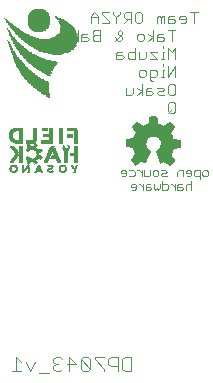
<source format=gbo>
G75*
%MOIN*%
%OFA0B0*%
%FSLAX25Y25*%
%IPPOS*%
%LPD*%
%AMOC8*
5,1,8,0,0,1.08239X$1,22.5*
%
%ADD10C,0.00300*%
%ADD11C,0.00400*%
%ADD12C,0.00200*%
%ADD13R,0.00500X0.00100*%
%ADD14R,0.00600X0.00100*%
%ADD15R,0.01200X0.00100*%
%ADD16R,0.01600X0.00100*%
%ADD17R,0.00700X0.00100*%
%ADD18R,0.01800X0.00100*%
%ADD19R,0.00800X0.00100*%
%ADD20R,0.02000X0.00100*%
%ADD21R,0.01900X0.00100*%
%ADD22R,0.00900X0.00100*%
%ADD23R,0.02300X0.00100*%
%ADD24R,0.01000X0.00100*%
%ADD25R,0.00200X0.00100*%
%ADD26R,0.02200X0.00100*%
%ADD27R,0.01100X0.00100*%
%ADD28R,0.02100X0.00100*%
%ADD29R,0.01400X0.00100*%
%ADD30R,0.01500X0.00100*%
%ADD31R,0.01300X0.00100*%
%ADD32R,0.01700X0.00100*%
%ADD33R,0.00400X0.00100*%
%ADD34R,0.03200X0.00100*%
%ADD35R,0.03000X0.00100*%
%ADD36R,0.03400X0.00100*%
%ADD37R,0.03600X0.00100*%
%ADD38R,0.00300X0.00100*%
%ADD39R,0.03800X0.00100*%
%ADD40R,0.02600X0.00100*%
%ADD41R,0.02800X0.00100*%
%ADD42R,0.02500X0.00100*%
%ADD43R,0.02400X0.00100*%
%ADD44R,0.00100X0.00100*%
%ADD45R,0.03900X0.00100*%
%ADD46R,0.03500X0.00100*%
%ADD47R,0.00200X0.00200*%
%ADD48R,0.00600X0.00200*%
%ADD49R,0.01000X0.00200*%
%ADD50R,0.01400X0.00200*%
%ADD51R,0.01600X0.00200*%
%ADD52R,0.01800X0.00200*%
%ADD53R,0.02200X0.00200*%
%ADD54R,0.02600X0.00200*%
%ADD55R,0.02800X0.00200*%
%ADD56R,0.03200X0.00200*%
%ADD57R,0.03400X0.00200*%
%ADD58R,0.03600X0.00200*%
%ADD59R,0.03800X0.00200*%
%ADD60R,0.04200X0.00200*%
%ADD61R,0.04400X0.00200*%
%ADD62R,0.04600X0.00200*%
%ADD63R,0.04800X0.00200*%
%ADD64R,0.05200X0.00200*%
%ADD65R,0.05400X0.00200*%
%ADD66R,0.05600X0.00200*%
%ADD67R,0.05800X0.00200*%
%ADD68R,0.06000X0.00200*%
%ADD69R,0.06200X0.00200*%
%ADD70R,0.06400X0.00200*%
%ADD71R,0.06600X0.00200*%
%ADD72R,0.05000X0.00200*%
%ADD73R,0.02000X0.00200*%
%ADD74R,0.02400X0.00200*%
%ADD75R,0.04000X0.00200*%
%ADD76R,0.07000X0.00200*%
%ADD77R,0.03000X0.00200*%
%ADD78R,0.07600X0.00200*%
%ADD79R,0.08000X0.00200*%
%ADD80R,0.08400X0.00200*%
%ADD81R,0.08800X0.00200*%
%ADD82R,0.09000X0.00200*%
%ADD83R,0.09600X0.00200*%
%ADD84R,0.10000X0.00200*%
%ADD85R,0.06800X0.00200*%
%ADD86R,0.07200X0.00200*%
%ADD87R,0.01200X0.00200*%
%ADD88R,0.09400X0.00200*%
%ADD89R,0.10400X0.00200*%
%ADD90R,0.11000X0.00200*%
%ADD91R,0.00800X0.00200*%
%ADD92R,0.11600X0.00200*%
%ADD93R,0.12400X0.00200*%
%ADD94R,0.13000X0.00200*%
%ADD95R,0.13400X0.00200*%
%ADD96R,0.14000X0.00200*%
%ADD97R,0.14400X0.00200*%
%ADD98R,0.14800X0.00200*%
%ADD99R,0.00400X0.00200*%
%ADD100R,0.15400X0.00200*%
%ADD101R,0.15800X0.00200*%
%ADD102R,0.16200X0.00200*%
%ADD103R,0.16400X0.00200*%
%ADD104R,0.16800X0.00200*%
%ADD105R,0.17000X0.00200*%
%ADD106R,0.17400X0.00200*%
%ADD107R,0.17800X0.00200*%
%ADD108R,0.18000X0.00200*%
%ADD109R,0.18200X0.00200*%
%ADD110R,0.18400X0.00200*%
%ADD111R,0.10600X0.00200*%
%ADD112R,0.08600X0.00200*%
%ADD113R,0.07400X0.00200*%
D10*
X0270892Y0202466D02*
X0271509Y0201849D01*
X0272126Y0201849D01*
X0270892Y0202466D02*
X0270892Y0205552D01*
X0273361Y0205552D02*
X0273361Y0203700D01*
X0272743Y0203083D01*
X0270892Y0203083D01*
X0274575Y0203700D02*
X0274575Y0204935D01*
X0275192Y0205552D01*
X0277044Y0205552D01*
X0277044Y0206786D02*
X0277044Y0203083D01*
X0275192Y0203083D01*
X0274575Y0203700D01*
X0278258Y0203083D02*
X0280110Y0203083D01*
X0280727Y0203700D01*
X0280110Y0204317D01*
X0278258Y0204317D01*
X0278258Y0204935D02*
X0278258Y0203083D01*
X0278258Y0204935D02*
X0278875Y0205552D01*
X0280110Y0205552D01*
X0281941Y0205552D02*
X0282558Y0204935D01*
X0284410Y0204935D01*
X0284410Y0206786D02*
X0284410Y0203083D01*
X0282558Y0203083D01*
X0281941Y0203700D01*
X0281941Y0204317D01*
X0282558Y0204935D01*
X0281941Y0205552D02*
X0281941Y0206169D01*
X0282558Y0206786D01*
X0284410Y0206786D01*
X0285011Y0209083D02*
X0287479Y0209083D01*
X0287479Y0209700D01*
X0285011Y0212169D01*
X0285011Y0212786D01*
X0287479Y0212786D01*
X0288694Y0212786D02*
X0288694Y0212169D01*
X0289928Y0210935D01*
X0289928Y0209083D01*
X0289928Y0210935D02*
X0291162Y0212169D01*
X0291162Y0212786D01*
X0292377Y0212169D02*
X0292377Y0210935D01*
X0292994Y0210317D01*
X0294846Y0210317D01*
X0294846Y0209083D02*
X0294846Y0212786D01*
X0292994Y0212786D01*
X0292377Y0212169D01*
X0293611Y0210317D02*
X0292377Y0209083D01*
X0291159Y0206786D02*
X0291776Y0206169D01*
X0291776Y0205552D01*
X0289308Y0203083D01*
X0289308Y0204317D02*
X0290542Y0203083D01*
X0291159Y0203083D01*
X0291776Y0203700D01*
X0291776Y0204317D01*
X0290542Y0205552D01*
X0290542Y0206169D01*
X0291159Y0206786D01*
X0296060Y0209700D02*
X0296060Y0212169D01*
X0296677Y0212786D01*
X0297912Y0212786D01*
X0298529Y0212169D01*
X0298529Y0209700D01*
X0297912Y0209083D01*
X0296677Y0209083D01*
X0296060Y0209700D01*
X0297291Y0205552D02*
X0298525Y0205552D01*
X0299143Y0204935D01*
X0299143Y0203700D01*
X0298525Y0203083D01*
X0297291Y0203083D01*
X0296674Y0203700D01*
X0296674Y0204935D01*
X0297291Y0205552D01*
X0300360Y0205552D02*
X0302212Y0204317D01*
X0300360Y0203083D01*
X0302212Y0203083D02*
X0302212Y0206786D01*
X0304043Y0205552D02*
X0303426Y0204935D01*
X0303426Y0203083D01*
X0305278Y0203083D01*
X0305895Y0203700D01*
X0305278Y0204317D01*
X0303426Y0204317D01*
X0304043Y0205552D02*
X0305278Y0205552D01*
X0307109Y0206786D02*
X0309578Y0206786D01*
X0308344Y0206786D02*
X0308344Y0203083D01*
X0309578Y0200786D02*
X0308344Y0199552D01*
X0307109Y0200786D01*
X0307109Y0197083D01*
X0305895Y0197083D02*
X0304661Y0197083D01*
X0305278Y0197083D02*
X0305278Y0199552D01*
X0305895Y0199552D01*
X0305278Y0200786D02*
X0305278Y0201403D01*
X0303440Y0199552D02*
X0300971Y0199552D01*
X0303440Y0197083D01*
X0300971Y0197083D01*
X0299756Y0197700D02*
X0299139Y0197083D01*
X0297288Y0197083D01*
X0297288Y0199552D01*
X0296073Y0199552D02*
X0294222Y0199552D01*
X0293605Y0198935D01*
X0293605Y0197700D01*
X0294222Y0197083D01*
X0296073Y0197083D01*
X0296073Y0200786D01*
X0299756Y0199552D02*
X0299756Y0197700D01*
X0299139Y0193552D02*
X0299756Y0192935D01*
X0299756Y0191700D01*
X0299139Y0191083D01*
X0297905Y0191083D01*
X0297288Y0191700D01*
X0297288Y0192935D01*
X0297905Y0193552D01*
X0299139Y0193552D01*
X0300971Y0193552D02*
X0302822Y0193552D01*
X0303440Y0192935D01*
X0303440Y0191700D01*
X0302822Y0191083D01*
X0300971Y0191083D01*
X0300971Y0190466D02*
X0300971Y0193552D01*
X0300971Y0190466D02*
X0301588Y0189849D01*
X0302205Y0189849D01*
X0301595Y0187552D02*
X0300360Y0187552D01*
X0299743Y0186935D01*
X0299743Y0185083D01*
X0301595Y0185083D01*
X0302212Y0185700D01*
X0301595Y0186317D01*
X0299743Y0186317D01*
X0298529Y0186317D02*
X0296677Y0187552D01*
X0295459Y0187552D02*
X0295459Y0185700D01*
X0294842Y0185083D01*
X0292991Y0185083D01*
X0292991Y0187552D01*
X0296677Y0185083D02*
X0298529Y0186317D01*
X0298529Y0185083D02*
X0298529Y0188786D01*
X0303426Y0187552D02*
X0305278Y0187552D01*
X0305895Y0186935D01*
X0305278Y0186317D01*
X0304043Y0186317D01*
X0303426Y0185700D01*
X0304043Y0185083D01*
X0305895Y0185083D01*
X0307109Y0185700D02*
X0307109Y0188169D01*
X0307727Y0188786D01*
X0308961Y0188786D01*
X0309578Y0188169D01*
X0309578Y0185700D01*
X0308961Y0185083D01*
X0307727Y0185083D01*
X0307109Y0185700D01*
X0307727Y0182786D02*
X0307109Y0182169D01*
X0307109Y0179700D01*
X0307727Y0179083D01*
X0308961Y0179083D01*
X0309578Y0179700D01*
X0309578Y0182169D01*
X0308961Y0182786D01*
X0307727Y0182786D01*
X0308344Y0180317D02*
X0307109Y0179083D01*
X0307109Y0191083D02*
X0307109Y0194786D01*
X0305895Y0193552D02*
X0305278Y0193552D01*
X0305278Y0191083D01*
X0305895Y0191083D02*
X0304661Y0191083D01*
X0307109Y0191083D02*
X0309578Y0194786D01*
X0309578Y0191083D01*
X0305278Y0194786D02*
X0305278Y0195403D01*
X0309578Y0197083D02*
X0309578Y0200786D01*
X0308961Y0209083D02*
X0307109Y0209083D01*
X0307109Y0210935D01*
X0307727Y0211552D01*
X0308961Y0211552D01*
X0308961Y0210317D02*
X0307109Y0210317D01*
X0305895Y0209083D02*
X0305895Y0211552D01*
X0305278Y0211552D01*
X0304661Y0210935D01*
X0304043Y0211552D01*
X0303426Y0210935D01*
X0303426Y0209083D01*
X0304661Y0209083D02*
X0304661Y0210935D01*
X0308961Y0210317D02*
X0309578Y0209700D01*
X0308961Y0209083D01*
X0310793Y0210317D02*
X0313261Y0210317D01*
X0313261Y0209700D02*
X0313261Y0210935D01*
X0312644Y0211552D01*
X0311410Y0211552D01*
X0310793Y0210935D01*
X0310793Y0210317D01*
X0311410Y0209083D02*
X0312644Y0209083D01*
X0313261Y0209700D01*
X0315710Y0209083D02*
X0315710Y0212786D01*
X0316944Y0212786D02*
X0314476Y0212786D01*
X0291773Y0199552D02*
X0290539Y0199552D01*
X0289921Y0198935D01*
X0289921Y0197083D01*
X0291773Y0197083D01*
X0292390Y0197700D01*
X0291773Y0198317D01*
X0289921Y0198317D01*
X0283796Y0209083D02*
X0283796Y0211552D01*
X0282562Y0212786D01*
X0281327Y0211552D01*
X0281327Y0209083D01*
X0281327Y0210935D02*
X0283796Y0210935D01*
D11*
X0258095Y0093070D02*
X0255025Y0093070D01*
X0256560Y0093070D02*
X0256560Y0097674D01*
X0258095Y0096139D01*
X0259629Y0096139D02*
X0261164Y0093070D01*
X0262699Y0096139D01*
X0264233Y0092303D02*
X0267302Y0092303D01*
X0268837Y0093837D02*
X0269604Y0093070D01*
X0271139Y0093070D01*
X0271906Y0093837D01*
X0270372Y0095372D02*
X0269604Y0095372D01*
X0268837Y0094605D01*
X0268837Y0093837D01*
X0269604Y0095372D02*
X0268837Y0096139D01*
X0268837Y0096907D01*
X0269604Y0097674D01*
X0271139Y0097674D01*
X0271906Y0096907D01*
X0273441Y0095372D02*
X0276510Y0095372D01*
X0274208Y0097674D01*
X0274208Y0093070D01*
X0278045Y0093837D02*
X0278045Y0096907D01*
X0281114Y0093837D01*
X0280347Y0093070D01*
X0278812Y0093070D01*
X0278045Y0093837D01*
X0281114Y0093837D02*
X0281114Y0096907D01*
X0280347Y0097674D01*
X0278812Y0097674D01*
X0278045Y0096907D01*
X0282649Y0096907D02*
X0285718Y0093837D01*
X0285718Y0093070D01*
X0287253Y0095372D02*
X0287253Y0096907D01*
X0288020Y0097674D01*
X0290322Y0097674D01*
X0290322Y0093070D01*
X0290322Y0094605D02*
X0288020Y0094605D01*
X0287253Y0095372D01*
X0285718Y0097674D02*
X0282649Y0097674D01*
X0282649Y0096907D01*
X0291857Y0096907D02*
X0291857Y0093837D01*
X0292624Y0093070D01*
X0294926Y0093070D01*
X0294926Y0097674D01*
X0292624Y0097674D01*
X0291857Y0096907D01*
D12*
X0295078Y0153533D02*
X0296013Y0153533D01*
X0296480Y0154000D01*
X0296480Y0154934D01*
X0296013Y0155401D01*
X0295078Y0155401D01*
X0294611Y0154934D01*
X0294611Y0154467D01*
X0296480Y0154467D01*
X0297380Y0155401D02*
X0297848Y0155401D01*
X0298782Y0154467D01*
X0299676Y0154467D02*
X0301077Y0154467D01*
X0301544Y0154000D01*
X0301077Y0153533D01*
X0299676Y0153533D01*
X0299676Y0154934D01*
X0300143Y0155401D01*
X0301077Y0155401D01*
X0302438Y0155401D02*
X0302438Y0154000D01*
X0302905Y0153533D01*
X0303372Y0154000D01*
X0303839Y0153533D01*
X0304306Y0154000D01*
X0304306Y0155401D01*
X0305200Y0155401D02*
X0306602Y0155401D01*
X0307069Y0154934D01*
X0307069Y0154000D01*
X0306602Y0153533D01*
X0305200Y0153533D01*
X0305200Y0156335D01*
X0305207Y0158033D02*
X0304740Y0158500D01*
X0305207Y0158967D01*
X0306141Y0158967D01*
X0306608Y0159434D01*
X0306141Y0159901D01*
X0304740Y0159901D01*
X0303846Y0159434D02*
X0303846Y0158500D01*
X0303379Y0158033D01*
X0302445Y0158033D01*
X0301978Y0158500D01*
X0301978Y0159434D01*
X0302445Y0159901D01*
X0303379Y0159901D01*
X0303846Y0159434D01*
X0305207Y0158033D02*
X0306608Y0158033D01*
X0307969Y0155401D02*
X0308437Y0155401D01*
X0309371Y0154467D01*
X0310265Y0154467D02*
X0311666Y0154467D01*
X0312133Y0154000D01*
X0311666Y0153533D01*
X0310265Y0153533D01*
X0310265Y0154934D01*
X0310732Y0155401D01*
X0311666Y0155401D01*
X0313027Y0154934D02*
X0313027Y0153533D01*
X0313027Y0154934D02*
X0313494Y0155401D01*
X0314428Y0155401D01*
X0314895Y0154934D01*
X0314895Y0156335D02*
X0314895Y0153533D01*
X0317658Y0157099D02*
X0317658Y0159901D01*
X0316257Y0159901D01*
X0315789Y0159434D01*
X0315789Y0158500D01*
X0316257Y0158033D01*
X0317658Y0158033D01*
X0318552Y0158500D02*
X0318552Y0159434D01*
X0319019Y0159901D01*
X0319953Y0159901D01*
X0320420Y0159434D01*
X0320420Y0158500D01*
X0319953Y0158033D01*
X0319019Y0158033D01*
X0318552Y0158500D01*
X0314895Y0158500D02*
X0314895Y0159434D01*
X0314428Y0159901D01*
X0313494Y0159901D01*
X0313027Y0159434D01*
X0313027Y0158967D01*
X0314895Y0158967D01*
X0314895Y0158500D02*
X0314428Y0158033D01*
X0313494Y0158033D01*
X0312133Y0158033D02*
X0312133Y0159901D01*
X0310732Y0159901D01*
X0310265Y0159434D01*
X0310265Y0158033D01*
X0309371Y0155401D02*
X0309371Y0153533D01*
X0307644Y0161733D02*
X0305594Y0163133D01*
X0304444Y0162533D01*
X0303044Y0166533D01*
X0303542Y0166782D01*
X0303974Y0167131D01*
X0304321Y0167565D01*
X0304568Y0168063D01*
X0304702Y0168603D01*
X0304718Y0169158D01*
X0304614Y0169704D01*
X0304396Y0170216D01*
X0304073Y0170668D01*
X0303661Y0171041D01*
X0303179Y0171318D01*
X0302648Y0171484D01*
X0302094Y0171533D01*
X0301559Y0171467D01*
X0301048Y0171294D01*
X0300583Y0171020D01*
X0300184Y0170656D01*
X0299867Y0170219D01*
X0299646Y0169727D01*
X0299530Y0169200D01*
X0299524Y0168660D01*
X0299628Y0168131D01*
X0299838Y0167634D01*
X0300145Y0167190D01*
X0300536Y0166818D01*
X0300994Y0166533D01*
X0299444Y0162633D01*
X0298844Y0162883D01*
X0298244Y0163283D01*
X0296244Y0161883D01*
X0295844Y0162233D01*
X0295494Y0162583D01*
X0295094Y0163033D01*
X0294744Y0163483D01*
X0296194Y0165583D01*
X0295844Y0166183D01*
X0295644Y0166783D01*
X0295444Y0167583D01*
X0292994Y0168033D01*
X0292994Y0169183D01*
X0293044Y0169733D01*
X0293094Y0170233D01*
X0295544Y0170683D01*
X0295744Y0171333D01*
X0295994Y0171883D01*
X0296344Y0172483D01*
X0296394Y0172583D01*
X0294994Y0174533D01*
X0295394Y0175033D01*
X0295894Y0175533D01*
X0296294Y0175883D01*
X0296644Y0176133D01*
X0298694Y0174683D01*
X0299144Y0174933D01*
X0299594Y0175133D01*
X0300044Y0175333D01*
X0300494Y0175433D01*
X0300944Y0177883D01*
X0301544Y0177933D01*
X0302694Y0177933D01*
X0303194Y0177883D01*
X0303594Y0175483D01*
X0304344Y0175233D01*
X0304844Y0175033D01*
X0305544Y0174633D01*
X0307544Y0176083D01*
X0307994Y0175733D01*
X0308494Y0175233D01*
X0308894Y0174783D01*
X0309144Y0174533D01*
X0307744Y0172483D01*
X0308044Y0171983D01*
X0308344Y0171333D01*
X0308494Y0170783D01*
X0308644Y0170433D01*
X0311094Y0170033D01*
X0311094Y0167833D01*
X0308644Y0167433D01*
X0308444Y0166733D01*
X0308294Y0166233D01*
X0308094Y0165833D01*
X0307744Y0165233D01*
X0309194Y0163233D01*
X0308794Y0162783D01*
X0308444Y0162433D01*
X0307994Y0162033D01*
X0307644Y0161733D01*
X0307707Y0161787D02*
X0307566Y0161787D01*
X0307275Y0161985D02*
X0307939Y0161985D01*
X0308164Y0162184D02*
X0306985Y0162184D01*
X0306694Y0162382D02*
X0308387Y0162382D01*
X0308592Y0162581D02*
X0306403Y0162581D01*
X0306113Y0162779D02*
X0308791Y0162779D01*
X0308968Y0162978D02*
X0305822Y0162978D01*
X0305297Y0162978D02*
X0304289Y0162978D01*
X0304219Y0163176D02*
X0309144Y0163176D01*
X0309092Y0163375D02*
X0304150Y0163375D01*
X0304080Y0163573D02*
X0308948Y0163573D01*
X0308804Y0163772D02*
X0304011Y0163772D01*
X0303941Y0163970D02*
X0308660Y0163970D01*
X0308516Y0164169D02*
X0303872Y0164169D01*
X0303802Y0164367D02*
X0308372Y0164367D01*
X0308228Y0164566D02*
X0303733Y0164566D01*
X0303664Y0164764D02*
X0308084Y0164764D01*
X0307940Y0164963D02*
X0303594Y0164963D01*
X0303525Y0165161D02*
X0307796Y0165161D01*
X0307818Y0165360D02*
X0303455Y0165360D01*
X0303386Y0165558D02*
X0307934Y0165558D01*
X0308050Y0165757D02*
X0303316Y0165757D01*
X0303247Y0165955D02*
X0308156Y0165955D01*
X0308255Y0166154D02*
X0303177Y0166154D01*
X0303108Y0166352D02*
X0308330Y0166352D01*
X0308390Y0166551D02*
X0303080Y0166551D01*
X0303477Y0166750D02*
X0308449Y0166750D01*
X0308506Y0166948D02*
X0303747Y0166948D01*
X0303986Y0167147D02*
X0308563Y0167147D01*
X0308619Y0167345D02*
X0304145Y0167345D01*
X0304304Y0167544D02*
X0309321Y0167544D01*
X0310537Y0167742D02*
X0304409Y0167742D01*
X0304507Y0167941D02*
X0311094Y0167941D01*
X0311094Y0168139D02*
X0304587Y0168139D01*
X0304636Y0168338D02*
X0311094Y0168338D01*
X0311094Y0168536D02*
X0304686Y0168536D01*
X0304706Y0168735D02*
X0311094Y0168735D01*
X0311094Y0168933D02*
X0304711Y0168933D01*
X0304717Y0169132D02*
X0311094Y0169132D01*
X0311094Y0169330D02*
X0304685Y0169330D01*
X0304647Y0169529D02*
X0311094Y0169529D01*
X0311094Y0169727D02*
X0304604Y0169727D01*
X0304520Y0169926D02*
X0311094Y0169926D01*
X0310536Y0170124D02*
X0304435Y0170124D01*
X0304319Y0170323D02*
X0309320Y0170323D01*
X0308607Y0170521D02*
X0304178Y0170521D01*
X0304016Y0170720D02*
X0308522Y0170720D01*
X0308458Y0170918D02*
X0303797Y0170918D01*
X0303529Y0171117D02*
X0308403Y0171117D01*
X0308349Y0171315D02*
X0303182Y0171315D01*
X0302312Y0171514D02*
X0308261Y0171514D01*
X0308169Y0171712D02*
X0295917Y0171712D01*
X0295827Y0171514D02*
X0301937Y0171514D01*
X0301111Y0171315D02*
X0295739Y0171315D01*
X0295678Y0171117D02*
X0300748Y0171117D01*
X0300472Y0170918D02*
X0295617Y0170918D01*
X0295556Y0170720D02*
X0300253Y0170720D01*
X0300086Y0170521D02*
X0294663Y0170521D01*
X0293583Y0170323D02*
X0299942Y0170323D01*
X0299824Y0170124D02*
X0293084Y0170124D01*
X0293064Y0169926D02*
X0299735Y0169926D01*
X0299646Y0169727D02*
X0293044Y0169727D01*
X0293026Y0169529D02*
X0299602Y0169529D01*
X0299559Y0169330D02*
X0293008Y0169330D01*
X0292994Y0169132D02*
X0299529Y0169132D01*
X0299527Y0168933D02*
X0292994Y0168933D01*
X0292994Y0168735D02*
X0299525Y0168735D01*
X0299548Y0168536D02*
X0292994Y0168536D01*
X0292994Y0168338D02*
X0299587Y0168338D01*
X0299627Y0168139D02*
X0292994Y0168139D01*
X0293498Y0167941D02*
X0299708Y0167941D01*
X0299792Y0167742D02*
X0294579Y0167742D01*
X0295454Y0167544D02*
X0299900Y0167544D01*
X0300038Y0167345D02*
X0295504Y0167345D01*
X0295554Y0167147D02*
X0300190Y0167147D01*
X0300399Y0166948D02*
X0295603Y0166948D01*
X0295656Y0166750D02*
X0300646Y0166750D01*
X0300966Y0166551D02*
X0295722Y0166551D01*
X0295788Y0166352D02*
X0300923Y0166352D01*
X0300844Y0166154D02*
X0295861Y0166154D01*
X0295977Y0165955D02*
X0300765Y0165955D01*
X0300686Y0165757D02*
X0296093Y0165757D01*
X0296177Y0165558D02*
X0300607Y0165558D01*
X0300528Y0165360D02*
X0296040Y0165360D01*
X0295903Y0165161D02*
X0300449Y0165161D01*
X0300370Y0164963D02*
X0295766Y0164963D01*
X0295629Y0164764D02*
X0300292Y0164764D01*
X0300213Y0164566D02*
X0295492Y0164566D01*
X0295355Y0164367D02*
X0300134Y0164367D01*
X0300055Y0164169D02*
X0295218Y0164169D01*
X0295081Y0163970D02*
X0299976Y0163970D01*
X0299897Y0163772D02*
X0294944Y0163772D01*
X0294807Y0163573D02*
X0299818Y0163573D01*
X0299739Y0163375D02*
X0294829Y0163375D01*
X0294983Y0163176D02*
X0298092Y0163176D01*
X0298405Y0163176D02*
X0299660Y0163176D01*
X0299581Y0162978D02*
X0298702Y0162978D01*
X0299094Y0162779D02*
X0299503Y0162779D01*
X0297808Y0162978D02*
X0295144Y0162978D01*
X0295320Y0162779D02*
X0297525Y0162779D01*
X0297241Y0162581D02*
X0295497Y0162581D01*
X0295695Y0162382D02*
X0296958Y0162382D01*
X0296674Y0162184D02*
X0295901Y0162184D01*
X0296128Y0161985D02*
X0296390Y0161985D01*
X0296920Y0159901D02*
X0297387Y0159901D01*
X0298321Y0158967D01*
X0298321Y0158033D02*
X0298321Y0159901D01*
X0299215Y0159901D02*
X0299215Y0158033D01*
X0300617Y0158033D01*
X0301084Y0158500D01*
X0301084Y0159901D01*
X0304428Y0162581D02*
X0304536Y0162581D01*
X0304358Y0162779D02*
X0304916Y0162779D01*
X0298782Y0155401D02*
X0298782Y0153533D01*
X0295552Y0158033D02*
X0294151Y0158033D01*
X0293257Y0158500D02*
X0293257Y0159434D01*
X0292790Y0159901D01*
X0291856Y0159901D01*
X0291389Y0159434D01*
X0291389Y0158967D01*
X0293257Y0158967D01*
X0293257Y0158500D02*
X0292790Y0158033D01*
X0291856Y0158033D01*
X0294151Y0159901D02*
X0295552Y0159901D01*
X0296019Y0159434D01*
X0296019Y0158500D01*
X0295552Y0158033D01*
X0296011Y0171911D02*
X0308078Y0171911D01*
X0307969Y0172109D02*
X0296126Y0172109D01*
X0296242Y0172308D02*
X0307850Y0172308D01*
X0307760Y0172506D02*
X0296356Y0172506D01*
X0296307Y0172705D02*
X0307896Y0172705D01*
X0308032Y0172903D02*
X0296165Y0172903D01*
X0296022Y0173102D02*
X0308167Y0173102D01*
X0308303Y0173300D02*
X0295880Y0173300D01*
X0295737Y0173499D02*
X0308438Y0173499D01*
X0308574Y0173697D02*
X0295594Y0173697D01*
X0295452Y0173896D02*
X0308709Y0173896D01*
X0308845Y0174094D02*
X0295309Y0174094D01*
X0295167Y0174293D02*
X0308980Y0174293D01*
X0309116Y0174491D02*
X0295024Y0174491D01*
X0295120Y0174690D02*
X0298685Y0174690D01*
X0298707Y0174690D02*
X0305445Y0174690D01*
X0305623Y0174690D02*
X0308988Y0174690D01*
X0308801Y0174888D02*
X0305897Y0174888D01*
X0306171Y0175087D02*
X0308624Y0175087D01*
X0308442Y0175285D02*
X0306444Y0175285D01*
X0306718Y0175484D02*
X0308244Y0175484D01*
X0308045Y0175683D02*
X0306992Y0175683D01*
X0307266Y0175881D02*
X0307804Y0175881D01*
X0307549Y0176080D02*
X0307540Y0176080D01*
X0305098Y0174888D02*
X0299064Y0174888D01*
X0299491Y0175087D02*
X0304710Y0175087D01*
X0304187Y0175285D02*
X0299937Y0175285D01*
X0300504Y0175484D02*
X0303594Y0175484D01*
X0303561Y0175683D02*
X0300540Y0175683D01*
X0300577Y0175881D02*
X0303528Y0175881D01*
X0303495Y0176080D02*
X0300613Y0176080D01*
X0300650Y0176278D02*
X0303462Y0176278D01*
X0303429Y0176477D02*
X0300686Y0176477D01*
X0300723Y0176675D02*
X0303396Y0176675D01*
X0303363Y0176874D02*
X0300759Y0176874D01*
X0300796Y0177072D02*
X0303330Y0177072D01*
X0303297Y0177271D02*
X0300832Y0177271D01*
X0300868Y0177469D02*
X0303263Y0177469D01*
X0303230Y0177668D02*
X0300905Y0177668D01*
X0300941Y0177866D02*
X0303197Y0177866D01*
X0298404Y0174888D02*
X0295279Y0174888D01*
X0295448Y0175087D02*
X0298123Y0175087D01*
X0297843Y0175285D02*
X0295647Y0175285D01*
X0295845Y0175484D02*
X0297562Y0175484D01*
X0297281Y0175683D02*
X0296065Y0175683D01*
X0296292Y0175881D02*
X0297001Y0175881D01*
X0296720Y0176080D02*
X0296570Y0176080D01*
D13*
X0274094Y0167633D03*
X0274094Y0167533D03*
X0274094Y0167433D03*
X0272294Y0167433D03*
X0272294Y0167533D03*
X0268594Y0160933D03*
X0268594Y0160833D03*
X0267394Y0161033D03*
X0268594Y0159533D03*
X0267894Y0158933D03*
X0265094Y0158933D03*
X0264394Y0160633D03*
X0263094Y0159333D03*
X0262894Y0158933D03*
X0260594Y0158933D03*
X0258794Y0158933D03*
X0258794Y0159933D03*
X0258794Y0160033D03*
X0258794Y0160133D03*
X0258794Y0160233D03*
X0258794Y0160333D03*
X0258794Y0160433D03*
X0258794Y0160533D03*
X0258794Y0160633D03*
X0258794Y0160733D03*
X0258794Y0160833D03*
X0258794Y0160933D03*
X0258794Y0161033D03*
X0258794Y0161133D03*
X0258794Y0161233D03*
X0258794Y0161333D03*
X0258794Y0161433D03*
X0254594Y0160433D03*
X0254594Y0160333D03*
X0254594Y0160233D03*
X0254594Y0160133D03*
X0254594Y0160033D03*
X0273094Y0160033D03*
X0273094Y0160133D03*
X0273094Y0160233D03*
X0273094Y0160333D03*
X0273094Y0160433D03*
X0275894Y0158933D03*
D14*
X0275944Y0159033D03*
X0275944Y0159133D03*
X0275944Y0159233D03*
X0275944Y0159333D03*
X0275944Y0159433D03*
X0275944Y0159533D03*
X0275944Y0159633D03*
X0275944Y0159733D03*
X0275944Y0159833D03*
X0275944Y0159933D03*
X0275944Y0160033D03*
X0275544Y0160633D03*
X0275544Y0160733D03*
X0275444Y0160833D03*
X0275344Y0161033D03*
X0275244Y0161133D03*
X0275244Y0161233D03*
X0275144Y0161333D03*
X0275144Y0161433D03*
X0276344Y0160733D03*
X0276444Y0160833D03*
X0276444Y0160933D03*
X0276544Y0161033D03*
X0276544Y0161133D03*
X0276644Y0161233D03*
X0276744Y0161333D03*
X0276744Y0161433D03*
X0273044Y0160633D03*
X0273044Y0160533D03*
X0272944Y0160833D03*
X0273044Y0159933D03*
X0273044Y0159833D03*
X0272944Y0159733D03*
X0272044Y0158933D03*
X0271044Y0159733D03*
X0271044Y0159833D03*
X0270944Y0159933D03*
X0270944Y0160033D03*
X0270944Y0160133D03*
X0270944Y0160233D03*
X0270944Y0160333D03*
X0270944Y0160433D03*
X0270944Y0160533D03*
X0271044Y0160633D03*
X0271044Y0160733D03*
X0268544Y0160733D03*
X0268544Y0161033D03*
X0267244Y0159833D03*
X0267244Y0159733D03*
X0267244Y0159633D03*
X0267244Y0159533D03*
X0265044Y0159233D03*
X0265044Y0159133D03*
X0265044Y0159033D03*
X0264944Y0159333D03*
X0264944Y0159433D03*
X0264644Y0160033D03*
X0264644Y0160133D03*
X0264544Y0160233D03*
X0264544Y0160333D03*
X0264444Y0160433D03*
X0264444Y0160533D03*
X0263644Y0160533D03*
X0263644Y0160633D03*
X0263544Y0160433D03*
X0263544Y0160333D03*
X0263444Y0160233D03*
X0263444Y0160133D03*
X0263444Y0160033D03*
X0263144Y0159433D03*
X0263044Y0159233D03*
X0263044Y0159133D03*
X0262944Y0159033D03*
X0260644Y0159033D03*
X0260644Y0159133D03*
X0260644Y0159233D03*
X0260644Y0159333D03*
X0260644Y0159433D03*
X0260644Y0159533D03*
X0260644Y0159633D03*
X0260644Y0159733D03*
X0260644Y0159833D03*
X0260644Y0159933D03*
X0260644Y0160033D03*
X0260644Y0160133D03*
X0260644Y0160233D03*
X0260644Y0160333D03*
X0260644Y0160433D03*
X0259744Y0160233D03*
X0258844Y0159033D03*
X0256744Y0159933D03*
X0256744Y0160033D03*
X0256744Y0160133D03*
X0256744Y0160233D03*
X0256744Y0160333D03*
X0256744Y0160433D03*
X0256744Y0160533D03*
X0256644Y0160633D03*
X0256644Y0160733D03*
X0256644Y0159833D03*
X0256644Y0159733D03*
X0255644Y0158933D03*
X0254644Y0159833D03*
X0254644Y0159933D03*
X0254644Y0160533D03*
X0254644Y0160633D03*
X0254744Y0160833D03*
X0260644Y0161433D03*
X0260444Y0164133D03*
X0260444Y0166233D03*
X0264044Y0161433D03*
X0272344Y0167333D03*
X0274044Y0167333D03*
D15*
X0276444Y0168833D03*
X0276444Y0168933D03*
X0276444Y0169033D03*
X0276444Y0169133D03*
X0276444Y0169233D03*
X0276444Y0169333D03*
X0276444Y0169433D03*
X0276444Y0169533D03*
X0276444Y0169633D03*
X0276444Y0169733D03*
X0276444Y0169833D03*
X0276444Y0169933D03*
X0276444Y0170033D03*
X0276444Y0170133D03*
X0276444Y0170233D03*
X0276444Y0170333D03*
X0276444Y0170433D03*
X0276444Y0170533D03*
X0276444Y0170633D03*
X0276444Y0170733D03*
X0276444Y0170833D03*
X0276444Y0170933D03*
X0276444Y0171033D03*
X0276444Y0171133D03*
X0276444Y0171233D03*
X0276444Y0171333D03*
X0276444Y0171433D03*
X0276444Y0171533D03*
X0276444Y0171633D03*
X0276444Y0171733D03*
X0276444Y0171833D03*
X0276444Y0171933D03*
X0276444Y0172033D03*
X0276444Y0172133D03*
X0276444Y0172233D03*
X0276444Y0172333D03*
X0276444Y0172433D03*
X0276444Y0172533D03*
X0276444Y0172633D03*
X0276444Y0172733D03*
X0276444Y0172833D03*
X0276444Y0172933D03*
X0268644Y0167633D03*
X0269244Y0166133D03*
X0269344Y0165933D03*
X0269344Y0165833D03*
X0269444Y0165733D03*
X0269444Y0165633D03*
X0269544Y0165533D03*
X0269544Y0165433D03*
X0269644Y0165233D03*
X0269644Y0165133D03*
X0269744Y0165033D03*
X0269744Y0164933D03*
X0269844Y0164833D03*
X0269844Y0164733D03*
X0270344Y0163633D03*
X0270344Y0163533D03*
X0270444Y0163433D03*
X0270444Y0163333D03*
X0270544Y0163233D03*
X0270544Y0163133D03*
X0270644Y0162933D03*
X0270644Y0162833D03*
X0270744Y0162733D03*
X0270744Y0162633D03*
X0270844Y0162533D03*
X0272044Y0159033D03*
X0267944Y0159033D03*
X0266444Y0162633D03*
X0266444Y0162733D03*
X0266544Y0162833D03*
X0266544Y0162933D03*
X0266644Y0163033D03*
X0266644Y0163133D03*
X0266744Y0163333D03*
X0266744Y0163433D03*
X0266844Y0163533D03*
X0266844Y0163633D03*
X0266944Y0163733D03*
X0266944Y0163833D03*
X0267044Y0164033D03*
X0267144Y0164233D03*
X0267144Y0164333D03*
X0267244Y0164433D03*
X0267244Y0164533D03*
X0267344Y0164633D03*
X0267344Y0164733D03*
X0267444Y0164933D03*
X0267444Y0165033D03*
X0267544Y0165133D03*
X0267544Y0165233D03*
X0267644Y0165333D03*
X0267644Y0165433D03*
X0267744Y0165633D03*
X0267744Y0165733D03*
X0267844Y0165833D03*
X0267844Y0165933D03*
X0267944Y0166033D03*
X0267944Y0166133D03*
X0263944Y0165733D03*
X0263944Y0164633D03*
X0260344Y0163933D03*
X0257944Y0163933D03*
X0257944Y0163833D03*
X0257944Y0163733D03*
X0257944Y0163633D03*
X0257944Y0163533D03*
X0257944Y0163433D03*
X0257944Y0163333D03*
X0257944Y0163233D03*
X0257944Y0163133D03*
X0257944Y0163033D03*
X0257944Y0162933D03*
X0257944Y0162833D03*
X0257944Y0162733D03*
X0257944Y0162633D03*
X0257944Y0162533D03*
X0257944Y0164033D03*
X0257944Y0164133D03*
X0257944Y0164233D03*
X0257944Y0164333D03*
X0257944Y0164433D03*
X0257944Y0164533D03*
X0257944Y0164633D03*
X0257944Y0164733D03*
X0257944Y0164833D03*
X0257944Y0164933D03*
X0257944Y0165033D03*
X0257944Y0165133D03*
X0257944Y0165233D03*
X0257944Y0165333D03*
X0257944Y0165433D03*
X0257944Y0165533D03*
X0257944Y0165633D03*
X0257944Y0165733D03*
X0257944Y0165833D03*
X0257944Y0165933D03*
X0257944Y0166033D03*
X0257944Y0166133D03*
X0257944Y0166233D03*
X0257944Y0166333D03*
X0257944Y0166433D03*
X0257944Y0166533D03*
X0257944Y0166633D03*
X0257944Y0166733D03*
X0257944Y0166833D03*
X0257944Y0166933D03*
X0257944Y0167033D03*
X0257944Y0167133D03*
X0257944Y0167233D03*
X0257944Y0167333D03*
X0257944Y0167433D03*
X0257944Y0167533D03*
X0257944Y0167633D03*
X0257944Y0168833D03*
X0257944Y0168933D03*
X0257944Y0169033D03*
X0257944Y0169133D03*
X0257944Y0169233D03*
X0257944Y0169333D03*
X0257944Y0169433D03*
X0257944Y0169533D03*
X0257944Y0169633D03*
X0257944Y0169733D03*
X0257944Y0169833D03*
X0257944Y0169933D03*
X0257944Y0170033D03*
X0257944Y0170133D03*
X0257944Y0170233D03*
X0257944Y0170333D03*
X0257944Y0170433D03*
X0257944Y0170533D03*
X0257944Y0170633D03*
X0257944Y0170733D03*
X0257944Y0170833D03*
X0257944Y0170933D03*
X0257944Y0171033D03*
X0257944Y0171133D03*
X0257944Y0171233D03*
X0257944Y0171333D03*
X0257944Y0171433D03*
X0257944Y0171533D03*
X0257944Y0171633D03*
X0257944Y0171733D03*
X0257944Y0171833D03*
X0257944Y0171933D03*
X0257944Y0172033D03*
X0257944Y0172133D03*
X0257944Y0172233D03*
X0257944Y0172333D03*
X0257944Y0172433D03*
X0257944Y0172533D03*
X0257944Y0172633D03*
X0257944Y0172733D03*
X0257944Y0172833D03*
X0257944Y0172933D03*
X0257944Y0173033D03*
X0257944Y0173133D03*
X0257944Y0173233D03*
X0257944Y0173333D03*
X0257944Y0173433D03*
X0257944Y0173533D03*
X0257944Y0173633D03*
X0257944Y0173733D03*
X0257944Y0173833D03*
X0254944Y0172333D03*
X0254844Y0172133D03*
X0254844Y0172033D03*
X0254744Y0171733D03*
X0254744Y0171633D03*
X0254744Y0171533D03*
X0254744Y0171433D03*
X0254744Y0171333D03*
X0254744Y0171233D03*
X0254744Y0171133D03*
X0254744Y0171033D03*
X0254744Y0170933D03*
X0254844Y0170733D03*
X0254844Y0170633D03*
X0254844Y0170533D03*
X0254944Y0170433D03*
X0260344Y0166433D03*
X0256644Y0165733D03*
X0256644Y0164833D03*
X0260344Y0160733D03*
X0260344Y0160633D03*
X0259144Y0159833D03*
X0255644Y0159033D03*
X0264044Y0160733D03*
X0264044Y0160833D03*
X0268244Y0169833D03*
X0268244Y0169933D03*
X0268244Y0170033D03*
X0268244Y0170133D03*
X0268244Y0170233D03*
X0268244Y0170333D03*
X0268244Y0170433D03*
X0268244Y0170533D03*
X0268244Y0170633D03*
X0268244Y0170733D03*
X0268244Y0170833D03*
X0268244Y0171833D03*
X0268244Y0171933D03*
X0268244Y0172033D03*
X0268244Y0172133D03*
X0268244Y0172233D03*
X0268244Y0172333D03*
X0268244Y0172433D03*
X0268244Y0172533D03*
X0268244Y0172633D03*
X0268244Y0172733D03*
X0268244Y0172833D03*
X0268244Y0172933D03*
X0268244Y0173033D03*
X0268244Y0173133D03*
X0268244Y0173233D03*
X0268244Y0173333D03*
X0268244Y0173433D03*
X0268244Y0173533D03*
X0268244Y0173633D03*
X0268244Y0173733D03*
X0268244Y0173833D03*
X0276444Y0165533D03*
X0275944Y0160533D03*
D16*
X0272044Y0161333D03*
X0272044Y0159133D03*
X0267944Y0159133D03*
X0273244Y0166433D03*
X0256444Y0173733D03*
X0255244Y0172733D03*
X0255644Y0161333D03*
X0255644Y0159133D03*
D17*
X0256494Y0159533D03*
X0256594Y0159633D03*
X0256594Y0160833D03*
X0256494Y0160933D03*
X0254794Y0160933D03*
X0254694Y0160733D03*
X0254694Y0159733D03*
X0254794Y0159633D03*
X0258894Y0159133D03*
X0259494Y0159933D03*
X0259594Y0160033D03*
X0259694Y0160133D03*
X0259794Y0160333D03*
X0259894Y0160433D03*
X0260594Y0161333D03*
X0263994Y0161333D03*
X0264694Y0163633D03*
X0264694Y0166733D03*
X0260694Y0168333D03*
X0268494Y0160633D03*
X0267294Y0159433D03*
X0271094Y0159633D03*
X0271194Y0159533D03*
X0271094Y0160833D03*
X0271194Y0160933D03*
X0272894Y0160933D03*
X0272994Y0160733D03*
X0272894Y0159633D03*
X0272794Y0159533D03*
X0275394Y0160933D03*
X0276294Y0160633D03*
X0273994Y0167233D03*
X0272394Y0167233D03*
D18*
X0268644Y0166933D03*
X0262944Y0166733D03*
X0260744Y0166733D03*
X0260744Y0163633D03*
X0262944Y0163633D03*
X0267944Y0161133D03*
X0267944Y0159233D03*
X0272044Y0159233D03*
X0255644Y0159233D03*
X0255444Y0169833D03*
X0256344Y0173633D03*
D19*
X0263044Y0168333D03*
X0260344Y0164033D03*
X0260644Y0162033D03*
X0260544Y0161233D03*
X0258944Y0159333D03*
X0258944Y0159233D03*
X0256344Y0159433D03*
X0254944Y0159433D03*
X0254844Y0159533D03*
X0254944Y0161033D03*
X0255644Y0161533D03*
X0256444Y0161033D03*
X0263044Y0162033D03*
X0264044Y0161233D03*
X0267344Y0159933D03*
X0268544Y0159433D03*
X0267944Y0161533D03*
X0271244Y0161033D03*
X0272044Y0161533D03*
X0272744Y0161033D03*
X0271344Y0159433D03*
X0275944Y0160133D03*
X0275944Y0160233D03*
D20*
X0272044Y0159333D03*
X0264044Y0159833D03*
X0255644Y0159333D03*
X0268644Y0166733D03*
X0256244Y0173533D03*
D21*
X0255594Y0172933D03*
X0256294Y0169133D03*
X0264094Y0166033D03*
X0264094Y0164333D03*
X0263994Y0159933D03*
X0267994Y0159333D03*
X0271994Y0161233D03*
X0273194Y0166633D03*
X0274494Y0170833D03*
X0274494Y0170933D03*
X0274494Y0171033D03*
X0274494Y0171133D03*
X0274494Y0171233D03*
X0274494Y0171333D03*
X0274494Y0171433D03*
X0274494Y0171533D03*
X0274494Y0171633D03*
X0274494Y0171733D03*
X0268594Y0166833D03*
X0255694Y0161233D03*
D22*
X0258994Y0159433D03*
X0260494Y0161033D03*
X0260494Y0161133D03*
X0260594Y0162133D03*
X0263094Y0162133D03*
X0263994Y0161133D03*
X0263894Y0164933D03*
X0263894Y0165033D03*
X0263894Y0165133D03*
X0263894Y0165233D03*
X0263894Y0165333D03*
X0263894Y0165433D03*
X0263094Y0168233D03*
X0260594Y0168233D03*
X0260394Y0166333D03*
X0256794Y0165433D03*
X0256794Y0165333D03*
X0256794Y0165233D03*
X0268394Y0160533D03*
X0272694Y0159433D03*
X0272494Y0167133D03*
X0273894Y0167133D03*
D23*
X0273194Y0166933D03*
X0268594Y0166433D03*
X0268594Y0166333D03*
X0263994Y0159533D03*
X0256094Y0169433D03*
X0256094Y0173333D03*
D24*
X0260644Y0168133D03*
X0260744Y0167933D03*
X0263044Y0168033D03*
X0263044Y0168133D03*
X0263844Y0165633D03*
X0263844Y0165533D03*
X0263844Y0164833D03*
X0263844Y0164733D03*
X0263044Y0162333D03*
X0263044Y0162233D03*
X0264044Y0161033D03*
X0260744Y0162433D03*
X0260644Y0162233D03*
X0260444Y0160933D03*
X0259044Y0159533D03*
X0256744Y0165033D03*
X0256744Y0165133D03*
X0256744Y0165533D03*
X0275944Y0160333D03*
D25*
X0268644Y0159633D03*
X0267344Y0160933D03*
X0262844Y0161833D03*
X0260844Y0161833D03*
X0260844Y0168533D03*
X0262844Y0168533D03*
X0272444Y0168033D03*
X0273944Y0168033D03*
D26*
X0269444Y0164533D03*
X0264144Y0164233D03*
X0264144Y0164133D03*
X0264044Y0164033D03*
X0264144Y0166133D03*
X0264144Y0166233D03*
X0264044Y0166333D03*
X0256144Y0169333D03*
X0264044Y0159633D03*
D27*
X0263994Y0160933D03*
X0262994Y0162433D03*
X0262894Y0162533D03*
X0262894Y0162633D03*
X0260794Y0162633D03*
X0260794Y0162533D03*
X0260694Y0162333D03*
X0260394Y0160833D03*
X0259094Y0159733D03*
X0259094Y0159633D03*
X0256694Y0164933D03*
X0256694Y0165633D03*
X0256694Y0168833D03*
X0254794Y0170833D03*
X0254794Y0171833D03*
X0254794Y0171933D03*
X0260694Y0168033D03*
X0260794Y0167833D03*
X0260794Y0167733D03*
X0262894Y0167733D03*
X0262894Y0167833D03*
X0262994Y0167933D03*
X0262694Y0169833D03*
X0262694Y0169933D03*
X0262694Y0170033D03*
X0262694Y0170133D03*
X0262694Y0170233D03*
X0262694Y0170333D03*
X0262694Y0170433D03*
X0262694Y0170533D03*
X0262694Y0170633D03*
X0262694Y0170733D03*
X0262694Y0170833D03*
X0262694Y0170933D03*
X0262694Y0171033D03*
X0262694Y0171133D03*
X0262694Y0171233D03*
X0262694Y0171333D03*
X0262694Y0171433D03*
X0262694Y0171533D03*
X0262694Y0171633D03*
X0262694Y0171733D03*
X0262694Y0171833D03*
X0262694Y0171933D03*
X0262694Y0172033D03*
X0262694Y0172133D03*
X0262694Y0172233D03*
X0262694Y0172333D03*
X0262694Y0172433D03*
X0262694Y0172533D03*
X0262694Y0172633D03*
X0262694Y0172733D03*
X0262694Y0172833D03*
X0262694Y0172933D03*
X0262694Y0173033D03*
X0262694Y0173133D03*
X0262694Y0173233D03*
X0262694Y0173333D03*
X0262694Y0173433D03*
X0262694Y0173533D03*
X0262694Y0173633D03*
X0262694Y0173733D03*
X0262694Y0173833D03*
X0271294Y0173833D03*
X0271294Y0173733D03*
X0271294Y0173633D03*
X0271294Y0173533D03*
X0271294Y0173433D03*
X0271294Y0173333D03*
X0271294Y0173233D03*
X0271294Y0173133D03*
X0271294Y0173033D03*
X0271294Y0172933D03*
X0271294Y0172833D03*
X0271294Y0172733D03*
X0271294Y0172633D03*
X0271294Y0172533D03*
X0271294Y0172433D03*
X0271294Y0172333D03*
X0271294Y0172233D03*
X0271294Y0172133D03*
X0271294Y0172033D03*
X0271294Y0171933D03*
X0271294Y0171833D03*
X0271294Y0171733D03*
X0271294Y0171633D03*
X0271294Y0171533D03*
X0271294Y0171433D03*
X0271294Y0171333D03*
X0271294Y0171233D03*
X0271294Y0171133D03*
X0271294Y0171033D03*
X0271294Y0170933D03*
X0271294Y0170833D03*
X0271294Y0170733D03*
X0271294Y0170633D03*
X0271294Y0170533D03*
X0271294Y0170433D03*
X0271294Y0170333D03*
X0271294Y0170233D03*
X0271294Y0170133D03*
X0271294Y0170033D03*
X0271294Y0169933D03*
X0271294Y0169833D03*
X0271294Y0169733D03*
X0271294Y0169633D03*
X0271294Y0169533D03*
X0271294Y0169433D03*
X0271294Y0169333D03*
X0271294Y0169233D03*
X0271294Y0169133D03*
X0271294Y0169033D03*
X0271294Y0168933D03*
X0271294Y0168833D03*
X0272594Y0167033D03*
X0273194Y0166233D03*
X0273194Y0166133D03*
X0273194Y0166033D03*
X0273194Y0165933D03*
X0273194Y0165833D03*
X0273194Y0165733D03*
X0273194Y0165633D03*
X0273194Y0165533D03*
X0273194Y0165433D03*
X0273194Y0165333D03*
X0273194Y0165233D03*
X0273194Y0165133D03*
X0273194Y0165033D03*
X0273194Y0164933D03*
X0273194Y0164833D03*
X0273194Y0164733D03*
X0273194Y0164633D03*
X0273194Y0164533D03*
X0273194Y0164433D03*
X0273194Y0164333D03*
X0273194Y0164233D03*
X0273194Y0164133D03*
X0273194Y0164033D03*
X0273194Y0163933D03*
X0273194Y0163833D03*
X0273194Y0163733D03*
X0273194Y0163633D03*
X0273194Y0163533D03*
X0273194Y0163433D03*
X0273194Y0163333D03*
X0273194Y0163233D03*
X0273194Y0163133D03*
X0273194Y0163033D03*
X0273194Y0162933D03*
X0273194Y0162833D03*
X0273194Y0162733D03*
X0273194Y0162633D03*
X0273194Y0162533D03*
X0276494Y0162533D03*
X0276494Y0162633D03*
X0276494Y0162733D03*
X0276494Y0162833D03*
X0276494Y0162933D03*
X0276494Y0163033D03*
X0276494Y0163133D03*
X0276494Y0163233D03*
X0276494Y0163333D03*
X0276494Y0163433D03*
X0276494Y0163533D03*
X0276494Y0163633D03*
X0276494Y0163733D03*
X0276494Y0163833D03*
X0276494Y0163933D03*
X0276494Y0164033D03*
X0276494Y0164133D03*
X0276494Y0164233D03*
X0276494Y0164333D03*
X0276494Y0164433D03*
X0276494Y0164533D03*
X0276494Y0165633D03*
X0276494Y0165733D03*
X0276494Y0165833D03*
X0276494Y0165933D03*
X0276494Y0166033D03*
X0276494Y0166133D03*
X0276494Y0166233D03*
X0276494Y0166333D03*
X0276494Y0166433D03*
X0276494Y0166533D03*
X0276494Y0166633D03*
X0276494Y0166733D03*
X0276494Y0166833D03*
X0276494Y0166933D03*
X0276494Y0167033D03*
X0276494Y0167133D03*
X0276494Y0167233D03*
X0276494Y0167333D03*
X0276494Y0167433D03*
X0276494Y0167533D03*
X0276494Y0167633D03*
X0273794Y0167033D03*
X0275894Y0160433D03*
X0267594Y0160033D03*
D28*
X0263994Y0159733D03*
X0269494Y0164633D03*
X0268594Y0166533D03*
X0268594Y0166633D03*
X0273194Y0166733D03*
X0273194Y0166833D03*
X0271994Y0161133D03*
X0266094Y0173033D03*
X0266094Y0173133D03*
X0266094Y0173233D03*
X0266094Y0173333D03*
X0266094Y0173433D03*
X0266094Y0173533D03*
X0266094Y0173633D03*
X0266094Y0173733D03*
X0266094Y0173833D03*
X0256194Y0173433D03*
X0256194Y0169233D03*
X0255694Y0161133D03*
D29*
X0255144Y0162733D03*
X0255244Y0162833D03*
X0255344Y0162933D03*
X0255444Y0163133D03*
X0255544Y0163233D03*
X0255644Y0163333D03*
X0255744Y0163433D03*
X0255744Y0163533D03*
X0255844Y0163633D03*
X0255944Y0163733D03*
X0256044Y0163833D03*
X0256144Y0164033D03*
X0256244Y0164133D03*
X0256344Y0164233D03*
X0256444Y0164433D03*
X0256544Y0164533D03*
X0256544Y0165933D03*
X0256444Y0166133D03*
X0256344Y0166233D03*
X0256244Y0166333D03*
X0256144Y0166433D03*
X0256044Y0166533D03*
X0255944Y0166633D03*
X0255844Y0166833D03*
X0255744Y0166933D03*
X0255644Y0167033D03*
X0255544Y0167133D03*
X0255444Y0167233D03*
X0255344Y0167333D03*
X0255244Y0167533D03*
X0255144Y0167633D03*
X0255044Y0172533D03*
X0255144Y0172633D03*
X0267744Y0160133D03*
X0268044Y0160333D03*
D30*
X0267894Y0160233D03*
X0267894Y0161333D03*
X0263994Y0164533D03*
X0263994Y0165833D03*
X0260494Y0166633D03*
X0260494Y0163733D03*
X0256394Y0164333D03*
X0256094Y0163933D03*
X0256494Y0166033D03*
X0255894Y0166733D03*
X0255294Y0167433D03*
X0256494Y0168933D03*
X0255294Y0169933D03*
X0255194Y0170033D03*
X0268594Y0167333D03*
X0268594Y0167233D03*
D31*
X0268594Y0167433D03*
X0268594Y0167533D03*
X0269294Y0166033D03*
X0269594Y0165333D03*
X0267694Y0165533D03*
X0267394Y0164833D03*
X0267094Y0164133D03*
X0266994Y0163933D03*
X0266694Y0163233D03*
X0266394Y0162533D03*
X0267894Y0161433D03*
X0268194Y0160433D03*
X0270594Y0163033D03*
X0271994Y0161433D03*
X0273194Y0166333D03*
X0260394Y0166533D03*
X0260394Y0163833D03*
X0256594Y0164633D03*
X0256594Y0164733D03*
X0256594Y0165833D03*
X0255394Y0163033D03*
X0255094Y0162633D03*
X0254994Y0162533D03*
X0255694Y0161433D03*
X0260294Y0160533D03*
X0255094Y0170133D03*
X0254994Y0170233D03*
X0254994Y0170333D03*
X0254894Y0172233D03*
X0254994Y0172433D03*
X0256594Y0173833D03*
D32*
X0255394Y0172833D03*
X0256394Y0169033D03*
X0264094Y0165933D03*
X0264094Y0164433D03*
X0267894Y0161233D03*
X0268594Y0167033D03*
X0268594Y0167133D03*
X0273194Y0166533D03*
D33*
X0272344Y0167633D03*
X0272344Y0167733D03*
X0272344Y0167833D03*
X0274044Y0167833D03*
X0274044Y0167733D03*
X0262944Y0168433D03*
X0260744Y0168433D03*
X0260444Y0166133D03*
X0260744Y0161933D03*
X0262944Y0161933D03*
D34*
X0261844Y0162733D03*
X0261844Y0163233D03*
X0261844Y0167133D03*
X0261844Y0167633D03*
D35*
X0261844Y0167533D03*
X0261844Y0167433D03*
X0261844Y0167333D03*
X0261844Y0167233D03*
X0261844Y0163133D03*
X0261844Y0163033D03*
X0261844Y0162933D03*
X0261844Y0162833D03*
X0269444Y0163733D03*
D36*
X0261844Y0163333D03*
X0261844Y0167033D03*
X0261544Y0168833D03*
X0261544Y0168933D03*
X0261544Y0169033D03*
X0261544Y0169133D03*
X0261544Y0169233D03*
X0261544Y0169333D03*
X0261544Y0169433D03*
X0261544Y0169533D03*
X0261544Y0169633D03*
X0261544Y0169733D03*
D37*
X0261844Y0166933D03*
X0261844Y0163433D03*
X0275244Y0173033D03*
X0275244Y0173133D03*
X0275244Y0173233D03*
X0275244Y0173333D03*
X0275244Y0173433D03*
X0275244Y0173533D03*
X0275244Y0173633D03*
X0275244Y0173733D03*
X0275244Y0173833D03*
D38*
X0273994Y0167933D03*
X0272394Y0167933D03*
X0264794Y0166833D03*
X0264794Y0163533D03*
X0260494Y0164233D03*
D39*
X0261844Y0163533D03*
X0261844Y0166833D03*
D40*
X0263744Y0166633D03*
X0263744Y0163733D03*
X0269444Y0164033D03*
X0269444Y0164133D03*
X0255944Y0169733D03*
X0255944Y0173033D03*
D41*
X0269444Y0163933D03*
X0269444Y0163833D03*
X0275644Y0164633D03*
X0275644Y0164733D03*
X0275644Y0164833D03*
X0275644Y0164933D03*
X0275644Y0165033D03*
X0275644Y0165133D03*
X0275644Y0165233D03*
X0275644Y0165333D03*
X0275644Y0165433D03*
D42*
X0268594Y0166233D03*
X0263894Y0166533D03*
X0263894Y0163833D03*
X0255994Y0169633D03*
X0255994Y0173133D03*
D43*
X0256044Y0173233D03*
X0256044Y0169533D03*
X0263944Y0166433D03*
X0263944Y0163933D03*
X0269444Y0164233D03*
X0269444Y0164333D03*
X0269444Y0164433D03*
D44*
X0272494Y0168133D03*
X0273894Y0168133D03*
X0260494Y0166033D03*
X0260494Y0164333D03*
D45*
X0266894Y0168833D03*
X0266894Y0168933D03*
X0266894Y0169033D03*
X0266894Y0169133D03*
X0266894Y0169233D03*
X0266894Y0169333D03*
X0266894Y0169433D03*
X0266894Y0169533D03*
X0266894Y0169633D03*
X0266894Y0169733D03*
D46*
X0267094Y0170933D03*
X0267094Y0171033D03*
X0267094Y0171133D03*
X0267094Y0171233D03*
X0267094Y0171333D03*
X0267094Y0171433D03*
X0267094Y0171533D03*
X0267094Y0171633D03*
X0267094Y0171733D03*
D47*
X0267694Y0183933D03*
X0254294Y0201933D03*
X0254094Y0202533D03*
X0254094Y0202733D03*
X0253894Y0202933D03*
X0253894Y0203133D03*
X0253894Y0206733D03*
X0253894Y0206933D03*
X0253694Y0207133D03*
X0252894Y0210333D03*
D48*
X0253294Y0209733D03*
X0254294Y0205733D03*
X0254494Y0205533D03*
X0254494Y0201333D03*
X0254694Y0200933D03*
X0254694Y0200733D03*
X0254894Y0200533D03*
X0267694Y0191333D03*
X0267494Y0184133D03*
D49*
X0267294Y0184333D03*
X0267494Y0191533D03*
X0255294Y0199533D03*
X0255094Y0199933D03*
X0255294Y0204133D03*
X0255094Y0204333D03*
X0254894Y0204733D03*
X0254094Y0208933D03*
X0253894Y0209133D03*
X0270094Y0210733D03*
D50*
X0270494Y0210533D03*
X0254894Y0208133D03*
X0254694Y0208333D03*
X0254494Y0208533D03*
X0255694Y0203333D03*
X0255894Y0203133D03*
X0255694Y0198733D03*
X0255694Y0198533D03*
X0255894Y0198333D03*
X0267094Y0184533D03*
D51*
X0266994Y0184733D03*
X0267194Y0191733D03*
X0256194Y0197733D03*
X0255994Y0197933D03*
X0255994Y0198133D03*
X0256194Y0202733D03*
X0255994Y0202933D03*
X0255194Y0207933D03*
X0270794Y0210333D03*
D52*
X0271094Y0210133D03*
X0264094Y0213533D03*
X0264094Y0205933D03*
X0256494Y0202333D03*
X0256294Y0202533D03*
X0256294Y0197533D03*
X0256494Y0197133D03*
X0255494Y0207533D03*
X0255294Y0207733D03*
X0266694Y0184933D03*
D53*
X0266494Y0185133D03*
X0257094Y0196133D03*
X0256894Y0196533D03*
X0257094Y0201533D03*
X0271694Y0209733D03*
D54*
X0272094Y0209333D03*
X0257694Y0200933D03*
X0257494Y0201133D03*
X0256894Y0206333D03*
X0256694Y0206533D03*
X0257494Y0195533D03*
X0257694Y0195333D03*
X0266094Y0185533D03*
X0266294Y0185333D03*
D55*
X0265994Y0185733D03*
X0266794Y0192333D03*
X0257994Y0194933D03*
X0257794Y0195133D03*
X0257994Y0200533D03*
X0257794Y0200733D03*
X0257394Y0205933D03*
X0257194Y0206133D03*
X0272394Y0209133D03*
D56*
X0272594Y0208733D03*
X0264194Y0213333D03*
X0258194Y0200333D03*
X0258394Y0200133D03*
X0258594Y0199933D03*
X0258194Y0194533D03*
X0258594Y0194133D03*
X0265794Y0185933D03*
D57*
X0265694Y0186133D03*
X0266694Y0192533D03*
X0258894Y0193733D03*
X0258694Y0193933D03*
X0258894Y0199733D03*
X0257894Y0205533D03*
X0272894Y0208533D03*
D58*
X0272994Y0208333D03*
X0269994Y0198533D03*
X0266594Y0192733D03*
X0265594Y0186333D03*
X0259194Y0193333D03*
X0258994Y0193533D03*
X0259194Y0199333D03*
X0258994Y0199533D03*
X0258194Y0205333D03*
D59*
X0258494Y0205133D03*
X0258694Y0204933D03*
X0259494Y0199133D03*
X0259694Y0198933D03*
X0259294Y0193133D03*
X0259494Y0192933D03*
X0259694Y0192733D03*
X0265494Y0186533D03*
X0273094Y0208133D03*
D60*
X0273494Y0207533D03*
X0259094Y0204733D03*
X0259894Y0198733D03*
X0260094Y0192333D03*
X0260294Y0192133D03*
X0266494Y0192933D03*
X0265294Y0186733D03*
D61*
X0265194Y0186933D03*
X0260594Y0191733D03*
X0260394Y0191933D03*
X0260194Y0198533D03*
X0259394Y0204533D03*
X0273594Y0207133D03*
X0273594Y0207333D03*
D62*
X0273694Y0206933D03*
X0264094Y0206533D03*
X0259694Y0204333D03*
X0260494Y0198333D03*
X0266294Y0193133D03*
X0260894Y0191533D03*
X0265094Y0187133D03*
X0264094Y0212933D03*
D63*
X0260794Y0198133D03*
X0260994Y0191333D03*
X0264994Y0187333D03*
D64*
X0264794Y0187533D03*
X0261794Y0190733D03*
X0261394Y0197733D03*
X0273794Y0206333D03*
X0273794Y0206533D03*
D65*
X0264094Y0206933D03*
X0260494Y0203933D03*
X0264094Y0212533D03*
X0266094Y0193533D03*
X0261894Y0190533D03*
X0264694Y0187733D03*
D66*
X0264594Y0187933D03*
X0262194Y0190333D03*
X0261594Y0197533D03*
X0269794Y0198733D03*
X0273794Y0205733D03*
X0273794Y0205933D03*
X0273794Y0206133D03*
D67*
X0264094Y0207133D03*
X0264094Y0212333D03*
X0261894Y0197333D03*
X0266094Y0193733D03*
X0262494Y0190133D03*
X0264494Y0188133D03*
D68*
X0264394Y0188333D03*
X0262794Y0189933D03*
X0262194Y0197133D03*
X0260994Y0203733D03*
X0273794Y0205533D03*
D69*
X0273694Y0205333D03*
X0264094Y0207333D03*
X0264094Y0212133D03*
X0266094Y0193933D03*
X0263094Y0189733D03*
X0264294Y0188533D03*
D70*
X0264194Y0188733D03*
X0263394Y0189533D03*
X0262594Y0196933D03*
X0273594Y0205133D03*
X0263994Y0211933D03*
D71*
X0264094Y0211733D03*
X0264094Y0207733D03*
X0264094Y0207533D03*
X0265894Y0194133D03*
X0263694Y0189333D03*
X0263894Y0189133D03*
X0264094Y0188933D03*
D72*
X0261494Y0190933D03*
X0261294Y0191133D03*
X0266294Y0193333D03*
X0261094Y0197933D03*
X0260094Y0204133D03*
X0264094Y0206733D03*
X0264094Y0212733D03*
X0273694Y0206733D03*
D73*
X0271394Y0209933D03*
X0255994Y0207133D03*
X0255794Y0207333D03*
X0256594Y0202133D03*
X0256794Y0201933D03*
X0256994Y0201733D03*
X0256394Y0197333D03*
X0256594Y0196933D03*
X0256794Y0196733D03*
X0267194Y0191933D03*
D74*
X0266994Y0192133D03*
X0257394Y0195733D03*
X0257194Y0195933D03*
X0256994Y0196333D03*
X0257194Y0201333D03*
X0256394Y0206733D03*
X0256194Y0206933D03*
X0271794Y0209533D03*
D75*
X0273194Y0207933D03*
X0273394Y0207733D03*
X0263994Y0206333D03*
X0264194Y0213133D03*
X0259794Y0192533D03*
D76*
X0265894Y0194333D03*
X0273494Y0204733D03*
X0264094Y0207933D03*
X0264094Y0208133D03*
X0264094Y0211333D03*
D77*
X0264094Y0206133D03*
X0257694Y0205733D03*
X0258094Y0194733D03*
X0258294Y0194333D03*
X0272494Y0208933D03*
D78*
X0273194Y0204333D03*
X0263994Y0209133D03*
X0263994Y0209333D03*
X0263994Y0209533D03*
X0263994Y0209733D03*
X0263994Y0209933D03*
X0263994Y0210133D03*
X0263994Y0210333D03*
X0263594Y0196533D03*
X0265794Y0194533D03*
D79*
X0265794Y0194733D03*
X0263994Y0196333D03*
X0272994Y0204133D03*
D80*
X0269794Y0199133D03*
X0265794Y0194933D03*
X0264394Y0196133D03*
D81*
X0265794Y0195133D03*
D82*
X0265694Y0195333D03*
D83*
X0265594Y0195533D03*
X0265194Y0195933D03*
D84*
X0265594Y0195733D03*
D85*
X0262994Y0196733D03*
X0261594Y0203533D03*
X0263994Y0211533D03*
X0273594Y0204933D03*
D86*
X0273394Y0204533D03*
X0269794Y0198933D03*
X0263994Y0208333D03*
X0263994Y0210933D03*
X0263994Y0211133D03*
D87*
X0254394Y0208733D03*
X0255394Y0203933D03*
X0255394Y0203733D03*
X0255594Y0203533D03*
X0255394Y0199333D03*
X0255394Y0199133D03*
X0255594Y0198933D03*
D88*
X0269694Y0199333D03*
X0272294Y0203733D03*
D89*
X0269594Y0199533D03*
D90*
X0269494Y0199733D03*
D91*
X0255194Y0199733D03*
X0254994Y0200133D03*
X0254994Y0200333D03*
X0254994Y0204533D03*
X0254794Y0204933D03*
X0254594Y0205133D03*
X0254594Y0205333D03*
X0253794Y0209333D03*
X0253594Y0209533D03*
D92*
X0269394Y0199933D03*
D93*
X0269394Y0200133D03*
D94*
X0269294Y0200333D03*
D95*
X0269094Y0200533D03*
D96*
X0268994Y0200733D03*
D97*
X0268994Y0200933D03*
D98*
X0268794Y0201133D03*
D99*
X0269794Y0210933D03*
X0254194Y0206133D03*
X0254194Y0205933D03*
X0253994Y0206333D03*
X0253994Y0206533D03*
X0253194Y0209933D03*
X0252994Y0210133D03*
X0254194Y0202333D03*
X0254194Y0202133D03*
X0254394Y0201733D03*
X0254394Y0201533D03*
X0254594Y0201133D03*
D100*
X0268694Y0201333D03*
D101*
X0268694Y0201533D03*
D102*
X0268494Y0201733D03*
D103*
X0268394Y0201933D03*
D104*
X0268394Y0202133D03*
D105*
X0268294Y0202333D03*
D106*
X0268094Y0202533D03*
D107*
X0268094Y0202733D03*
D108*
X0267994Y0202933D03*
D109*
X0267894Y0203133D03*
D110*
X0267794Y0203333D03*
D111*
X0271694Y0203533D03*
D112*
X0272694Y0203933D03*
D113*
X0264094Y0208533D03*
X0264094Y0208733D03*
X0264094Y0208933D03*
X0264094Y0210533D03*
X0264094Y0210733D03*
M02*

</source>
